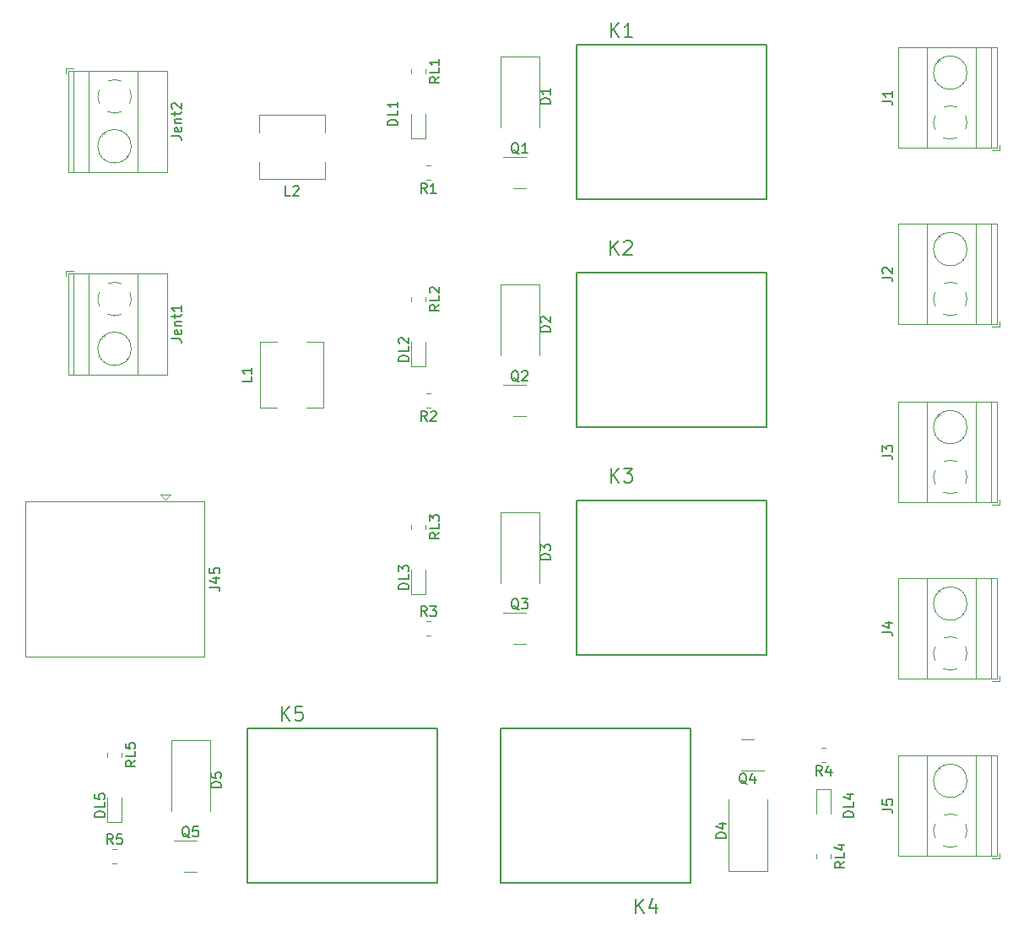
<source format=gbr>
%TF.GenerationSoftware,KiCad,Pcbnew,(6.0.8)*%
%TF.CreationDate,2022-11-07T17:30:20-05:00*%
%TF.ProjectId,Riego_potencia,52696567-6f5f-4706-9f74-656e6369612e,rev?*%
%TF.SameCoordinates,Original*%
%TF.FileFunction,Legend,Top*%
%TF.FilePolarity,Positive*%
%FSLAX46Y46*%
G04 Gerber Fmt 4.6, Leading zero omitted, Abs format (unit mm)*
G04 Created by KiCad (PCBNEW (6.0.8)) date 2022-11-07 17:30:20*
%MOMM*%
%LPD*%
G01*
G04 APERTURE LIST*
%ADD10C,0.150000*%
%ADD11C,0.120000*%
%ADD12C,0.127000*%
G04 APERTURE END LIST*
D10*
%TO.C,Q1*%
X81184761Y-41327619D02*
X81089523Y-41280000D01*
X80994285Y-41184761D01*
X80851428Y-41041904D01*
X80756190Y-40994285D01*
X80660952Y-40994285D01*
X80708571Y-41232380D02*
X80613333Y-41184761D01*
X80518095Y-41089523D01*
X80470476Y-40899047D01*
X80470476Y-40565714D01*
X80518095Y-40375238D01*
X80613333Y-40280000D01*
X80708571Y-40232380D01*
X80899047Y-40232380D01*
X80994285Y-40280000D01*
X81089523Y-40375238D01*
X81137142Y-40565714D01*
X81137142Y-40899047D01*
X81089523Y-41089523D01*
X80994285Y-41184761D01*
X80899047Y-41232380D01*
X80708571Y-41232380D01*
X82089523Y-41232380D02*
X81518095Y-41232380D01*
X81803809Y-41232380D02*
X81803809Y-40232380D01*
X81708571Y-40375238D01*
X81613333Y-40470476D01*
X81518095Y-40518095D01*
%TO.C,RL1*%
X73222380Y-33591428D02*
X72746190Y-33924761D01*
X73222380Y-34162857D02*
X72222380Y-34162857D01*
X72222380Y-33781904D01*
X72270000Y-33686666D01*
X72317619Y-33639047D01*
X72412857Y-33591428D01*
X72555714Y-33591428D01*
X72650952Y-33639047D01*
X72698571Y-33686666D01*
X72746190Y-33781904D01*
X72746190Y-34162857D01*
X73222380Y-32686666D02*
X73222380Y-33162857D01*
X72222380Y-33162857D01*
X73222380Y-31829523D02*
X73222380Y-32400952D01*
X73222380Y-32115238D02*
X72222380Y-32115238D01*
X72365238Y-32210476D01*
X72460476Y-32305714D01*
X72508095Y-32400952D01*
%TO.C,Q5*%
X48164761Y-109907619D02*
X48069523Y-109860000D01*
X47974285Y-109764761D01*
X47831428Y-109621904D01*
X47736190Y-109574285D01*
X47640952Y-109574285D01*
X47688571Y-109812380D02*
X47593333Y-109764761D01*
X47498095Y-109669523D01*
X47450476Y-109479047D01*
X47450476Y-109145714D01*
X47498095Y-108955238D01*
X47593333Y-108860000D01*
X47688571Y-108812380D01*
X47879047Y-108812380D01*
X47974285Y-108860000D01*
X48069523Y-108955238D01*
X48117142Y-109145714D01*
X48117142Y-109479047D01*
X48069523Y-109669523D01*
X47974285Y-109764761D01*
X47879047Y-109812380D01*
X47688571Y-109812380D01*
X49021904Y-108812380D02*
X48545714Y-108812380D01*
X48498095Y-109288571D01*
X48545714Y-109240952D01*
X48640952Y-109193333D01*
X48879047Y-109193333D01*
X48974285Y-109240952D01*
X49021904Y-109288571D01*
X49069523Y-109383809D01*
X49069523Y-109621904D01*
X49021904Y-109717142D01*
X48974285Y-109764761D01*
X48879047Y-109812380D01*
X48640952Y-109812380D01*
X48545714Y-109764761D01*
X48498095Y-109717142D01*
%TO.C,D3*%
X84352380Y-82018095D02*
X83352380Y-82018095D01*
X83352380Y-81780000D01*
X83400000Y-81637142D01*
X83495238Y-81541904D01*
X83590476Y-81494285D01*
X83780952Y-81446666D01*
X83923809Y-81446666D01*
X84114285Y-81494285D01*
X84209523Y-81541904D01*
X84304761Y-81637142D01*
X84352380Y-81780000D01*
X84352380Y-82018095D01*
X83352380Y-81113333D02*
X83352380Y-80494285D01*
X83733333Y-80827619D01*
X83733333Y-80684761D01*
X83780952Y-80589523D01*
X83828571Y-80541904D01*
X83923809Y-80494285D01*
X84161904Y-80494285D01*
X84257142Y-80541904D01*
X84304761Y-80589523D01*
X84352380Y-80684761D01*
X84352380Y-80970476D01*
X84304761Y-81065714D01*
X84257142Y-81113333D01*
%TO.C,RL4*%
X113862380Y-112331428D02*
X113386190Y-112664761D01*
X113862380Y-112902857D02*
X112862380Y-112902857D01*
X112862380Y-112521904D01*
X112910000Y-112426666D01*
X112957619Y-112379047D01*
X113052857Y-112331428D01*
X113195714Y-112331428D01*
X113290952Y-112379047D01*
X113338571Y-112426666D01*
X113386190Y-112521904D01*
X113386190Y-112902857D01*
X113862380Y-111426666D02*
X113862380Y-111902857D01*
X112862380Y-111902857D01*
X113195714Y-110664761D02*
X113862380Y-110664761D01*
X112814761Y-110902857D02*
X113529047Y-111140952D01*
X113529047Y-110521904D01*
%TO.C,Q3*%
X81184761Y-87047619D02*
X81089523Y-87000000D01*
X80994285Y-86904761D01*
X80851428Y-86761904D01*
X80756190Y-86714285D01*
X80660952Y-86714285D01*
X80708571Y-86952380D02*
X80613333Y-86904761D01*
X80518095Y-86809523D01*
X80470476Y-86619047D01*
X80470476Y-86285714D01*
X80518095Y-86095238D01*
X80613333Y-86000000D01*
X80708571Y-85952380D01*
X80899047Y-85952380D01*
X80994285Y-86000000D01*
X81089523Y-86095238D01*
X81137142Y-86285714D01*
X81137142Y-86619047D01*
X81089523Y-86809523D01*
X80994285Y-86904761D01*
X80899047Y-86952380D01*
X80708571Y-86952380D01*
X81470476Y-85952380D02*
X82089523Y-85952380D01*
X81756190Y-86333333D01*
X81899047Y-86333333D01*
X81994285Y-86380952D01*
X82041904Y-86428571D01*
X82089523Y-86523809D01*
X82089523Y-86761904D01*
X82041904Y-86857142D01*
X81994285Y-86904761D01*
X81899047Y-86952380D01*
X81613333Y-86952380D01*
X81518095Y-86904761D01*
X81470476Y-86857142D01*
%TO.C,K5*%
X57411666Y-98174333D02*
X57411666Y-96774333D01*
X58211666Y-98174333D02*
X57611666Y-97374333D01*
X58211666Y-96774333D02*
X57411666Y-97574333D01*
X59478333Y-96774333D02*
X58811666Y-96774333D01*
X58745000Y-97441000D01*
X58811666Y-97374333D01*
X58945000Y-97307666D01*
X59278333Y-97307666D01*
X59411666Y-97374333D01*
X59478333Y-97441000D01*
X59545000Y-97574333D01*
X59545000Y-97907666D01*
X59478333Y-98041000D01*
X59411666Y-98107666D01*
X59278333Y-98174333D01*
X58945000Y-98174333D01*
X58811666Y-98107666D01*
X58745000Y-98041000D01*
%TO.C,DL4*%
X114752380Y-107822857D02*
X113752380Y-107822857D01*
X113752380Y-107584761D01*
X113800000Y-107441904D01*
X113895238Y-107346666D01*
X113990476Y-107299047D01*
X114180952Y-107251428D01*
X114323809Y-107251428D01*
X114514285Y-107299047D01*
X114609523Y-107346666D01*
X114704761Y-107441904D01*
X114752380Y-107584761D01*
X114752380Y-107822857D01*
X114752380Y-106346666D02*
X114752380Y-106822857D01*
X113752380Y-106822857D01*
X114085714Y-105584761D02*
X114752380Y-105584761D01*
X113704761Y-105822857D02*
X114419047Y-106060952D01*
X114419047Y-105441904D01*
%TO.C,DL3*%
X70142380Y-84962857D02*
X69142380Y-84962857D01*
X69142380Y-84724761D01*
X69190000Y-84581904D01*
X69285238Y-84486666D01*
X69380476Y-84439047D01*
X69570952Y-84391428D01*
X69713809Y-84391428D01*
X69904285Y-84439047D01*
X69999523Y-84486666D01*
X70094761Y-84581904D01*
X70142380Y-84724761D01*
X70142380Y-84962857D01*
X70142380Y-83486666D02*
X70142380Y-83962857D01*
X69142380Y-83962857D01*
X69142380Y-83248571D02*
X69142380Y-82629523D01*
X69523333Y-82962857D01*
X69523333Y-82820000D01*
X69570952Y-82724761D01*
X69618571Y-82677142D01*
X69713809Y-82629523D01*
X69951904Y-82629523D01*
X70047142Y-82677142D01*
X70094761Y-82724761D01*
X70142380Y-82820000D01*
X70142380Y-83105714D01*
X70094761Y-83200952D01*
X70047142Y-83248571D01*
%TO.C,RL2*%
X73222380Y-56451428D02*
X72746190Y-56784761D01*
X73222380Y-57022857D02*
X72222380Y-57022857D01*
X72222380Y-56641904D01*
X72270000Y-56546666D01*
X72317619Y-56499047D01*
X72412857Y-56451428D01*
X72555714Y-56451428D01*
X72650952Y-56499047D01*
X72698571Y-56546666D01*
X72746190Y-56641904D01*
X72746190Y-57022857D01*
X73222380Y-55546666D02*
X73222380Y-56022857D01*
X72222380Y-56022857D01*
X72317619Y-55260952D02*
X72270000Y-55213333D01*
X72222380Y-55118095D01*
X72222380Y-54880000D01*
X72270000Y-54784761D01*
X72317619Y-54737142D01*
X72412857Y-54689523D01*
X72508095Y-54689523D01*
X72650952Y-54737142D01*
X73222380Y-55308571D01*
X73222380Y-54689523D01*
%TO.C,J4*%
X117652380Y-89273333D02*
X118366666Y-89273333D01*
X118509523Y-89320952D01*
X118604761Y-89416190D01*
X118652380Y-89559047D01*
X118652380Y-89654285D01*
X117985714Y-88368571D02*
X118652380Y-88368571D01*
X117604761Y-88606666D02*
X118319047Y-88844761D01*
X118319047Y-88225714D01*
%TO.C,RL3*%
X73222380Y-79311428D02*
X72746190Y-79644761D01*
X73222380Y-79882857D02*
X72222380Y-79882857D01*
X72222380Y-79501904D01*
X72270000Y-79406666D01*
X72317619Y-79359047D01*
X72412857Y-79311428D01*
X72555714Y-79311428D01*
X72650952Y-79359047D01*
X72698571Y-79406666D01*
X72746190Y-79501904D01*
X72746190Y-79882857D01*
X73222380Y-78406666D02*
X73222380Y-78882857D01*
X72222380Y-78882857D01*
X72222380Y-78168571D02*
X72222380Y-77549523D01*
X72603333Y-77882857D01*
X72603333Y-77740000D01*
X72650952Y-77644761D01*
X72698571Y-77597142D01*
X72793809Y-77549523D01*
X73031904Y-77549523D01*
X73127142Y-77597142D01*
X73174761Y-77644761D01*
X73222380Y-77740000D01*
X73222380Y-78025714D01*
X73174761Y-78120952D01*
X73127142Y-78168571D01*
%TO.C,RL5*%
X42742380Y-102171428D02*
X42266190Y-102504761D01*
X42742380Y-102742857D02*
X41742380Y-102742857D01*
X41742380Y-102361904D01*
X41790000Y-102266666D01*
X41837619Y-102219047D01*
X41932857Y-102171428D01*
X42075714Y-102171428D01*
X42170952Y-102219047D01*
X42218571Y-102266666D01*
X42266190Y-102361904D01*
X42266190Y-102742857D01*
X42742380Y-101266666D02*
X42742380Y-101742857D01*
X41742380Y-101742857D01*
X41742380Y-100457142D02*
X41742380Y-100933333D01*
X42218571Y-100980952D01*
X42170952Y-100933333D01*
X42123333Y-100838095D01*
X42123333Y-100600000D01*
X42170952Y-100504761D01*
X42218571Y-100457142D01*
X42313809Y-100409523D01*
X42551904Y-100409523D01*
X42647142Y-100457142D01*
X42694761Y-100504761D01*
X42742380Y-100600000D01*
X42742380Y-100838095D01*
X42694761Y-100933333D01*
X42647142Y-100980952D01*
%TO.C,R3*%
X71953333Y-87702380D02*
X71620000Y-87226190D01*
X71381904Y-87702380D02*
X71381904Y-86702380D01*
X71762857Y-86702380D01*
X71858095Y-86750000D01*
X71905714Y-86797619D01*
X71953333Y-86892857D01*
X71953333Y-87035714D01*
X71905714Y-87130952D01*
X71858095Y-87178571D01*
X71762857Y-87226190D01*
X71381904Y-87226190D01*
X72286666Y-86702380D02*
X72905714Y-86702380D01*
X72572380Y-87083333D01*
X72715238Y-87083333D01*
X72810476Y-87130952D01*
X72858095Y-87178571D01*
X72905714Y-87273809D01*
X72905714Y-87511904D01*
X72858095Y-87607142D01*
X72810476Y-87654761D01*
X72715238Y-87702380D01*
X72429523Y-87702380D01*
X72334285Y-87654761D01*
X72286666Y-87607142D01*
%TO.C,D5*%
X51332380Y-104878095D02*
X50332380Y-104878095D01*
X50332380Y-104640000D01*
X50380000Y-104497142D01*
X50475238Y-104401904D01*
X50570476Y-104354285D01*
X50760952Y-104306666D01*
X50903809Y-104306666D01*
X51094285Y-104354285D01*
X51189523Y-104401904D01*
X51284761Y-104497142D01*
X51332380Y-104640000D01*
X51332380Y-104878095D01*
X50332380Y-103401904D02*
X50332380Y-103878095D01*
X50808571Y-103925714D01*
X50760952Y-103878095D01*
X50713333Y-103782857D01*
X50713333Y-103544761D01*
X50760952Y-103449523D01*
X50808571Y-103401904D01*
X50903809Y-103354285D01*
X51141904Y-103354285D01*
X51237142Y-103401904D01*
X51284761Y-103449523D01*
X51332380Y-103544761D01*
X51332380Y-103782857D01*
X51284761Y-103878095D01*
X51237142Y-103925714D01*
%TO.C,DL5*%
X39662380Y-107822857D02*
X38662380Y-107822857D01*
X38662380Y-107584761D01*
X38710000Y-107441904D01*
X38805238Y-107346666D01*
X38900476Y-107299047D01*
X39090952Y-107251428D01*
X39233809Y-107251428D01*
X39424285Y-107299047D01*
X39519523Y-107346666D01*
X39614761Y-107441904D01*
X39662380Y-107584761D01*
X39662380Y-107822857D01*
X39662380Y-106346666D02*
X39662380Y-106822857D01*
X38662380Y-106822857D01*
X38662380Y-105537142D02*
X38662380Y-106013333D01*
X39138571Y-106060952D01*
X39090952Y-106013333D01*
X39043333Y-105918095D01*
X39043333Y-105680000D01*
X39090952Y-105584761D01*
X39138571Y-105537142D01*
X39233809Y-105489523D01*
X39471904Y-105489523D01*
X39567142Y-105537142D01*
X39614761Y-105584761D01*
X39662380Y-105680000D01*
X39662380Y-105918095D01*
X39614761Y-106013333D01*
X39567142Y-106060952D01*
%TO.C,R2*%
X71953333Y-68142380D02*
X71620000Y-67666190D01*
X71381904Y-68142380D02*
X71381904Y-67142380D01*
X71762857Y-67142380D01*
X71858095Y-67190000D01*
X71905714Y-67237619D01*
X71953333Y-67332857D01*
X71953333Y-67475714D01*
X71905714Y-67570952D01*
X71858095Y-67618571D01*
X71762857Y-67666190D01*
X71381904Y-67666190D01*
X72334285Y-67237619D02*
X72381904Y-67190000D01*
X72477142Y-67142380D01*
X72715238Y-67142380D01*
X72810476Y-67190000D01*
X72858095Y-67237619D01*
X72905714Y-67332857D01*
X72905714Y-67428095D01*
X72858095Y-67570952D01*
X72286666Y-68142380D01*
X72905714Y-68142380D01*
%TO.C,R1*%
X71953333Y-45282380D02*
X71620000Y-44806190D01*
X71381904Y-45282380D02*
X71381904Y-44282380D01*
X71762857Y-44282380D01*
X71858095Y-44330000D01*
X71905714Y-44377619D01*
X71953333Y-44472857D01*
X71953333Y-44615714D01*
X71905714Y-44710952D01*
X71858095Y-44758571D01*
X71762857Y-44806190D01*
X71381904Y-44806190D01*
X72905714Y-45282380D02*
X72334285Y-45282380D01*
X72620000Y-45282380D02*
X72620000Y-44282380D01*
X72524761Y-44425238D01*
X72429523Y-44520476D01*
X72334285Y-44568095D01*
%TO.C,D2*%
X84352380Y-59158095D02*
X83352380Y-59158095D01*
X83352380Y-58920000D01*
X83400000Y-58777142D01*
X83495238Y-58681904D01*
X83590476Y-58634285D01*
X83780952Y-58586666D01*
X83923809Y-58586666D01*
X84114285Y-58634285D01*
X84209523Y-58681904D01*
X84304761Y-58777142D01*
X84352380Y-58920000D01*
X84352380Y-59158095D01*
X83447619Y-58205714D02*
X83400000Y-58158095D01*
X83352380Y-58062857D01*
X83352380Y-57824761D01*
X83400000Y-57729523D01*
X83447619Y-57681904D01*
X83542857Y-57634285D01*
X83638095Y-57634285D01*
X83780952Y-57681904D01*
X84352380Y-58253333D01*
X84352380Y-57634285D01*
%TO.C,D4*%
X101972380Y-109958095D02*
X100972380Y-109958095D01*
X100972380Y-109720000D01*
X101020000Y-109577142D01*
X101115238Y-109481904D01*
X101210476Y-109434285D01*
X101400952Y-109386666D01*
X101543809Y-109386666D01*
X101734285Y-109434285D01*
X101829523Y-109481904D01*
X101924761Y-109577142D01*
X101972380Y-109720000D01*
X101972380Y-109958095D01*
X101305714Y-108529523D02*
X101972380Y-108529523D01*
X100924761Y-108767619D02*
X101639047Y-109005714D01*
X101639047Y-108386666D01*
%TO.C,R5*%
X40473333Y-110562380D02*
X40140000Y-110086190D01*
X39901904Y-110562380D02*
X39901904Y-109562380D01*
X40282857Y-109562380D01*
X40378095Y-109610000D01*
X40425714Y-109657619D01*
X40473333Y-109752857D01*
X40473333Y-109895714D01*
X40425714Y-109990952D01*
X40378095Y-110038571D01*
X40282857Y-110086190D01*
X39901904Y-110086190D01*
X41378095Y-109562380D02*
X40901904Y-109562380D01*
X40854285Y-110038571D01*
X40901904Y-109990952D01*
X40997142Y-109943333D01*
X41235238Y-109943333D01*
X41330476Y-109990952D01*
X41378095Y-110038571D01*
X41425714Y-110133809D01*
X41425714Y-110371904D01*
X41378095Y-110467142D01*
X41330476Y-110514761D01*
X41235238Y-110562380D01*
X40997142Y-110562380D01*
X40901904Y-110514761D01*
X40854285Y-110467142D01*
%TO.C,K1*%
X90431666Y-29594333D02*
X90431666Y-28194333D01*
X91231666Y-29594333D02*
X90631666Y-28794333D01*
X91231666Y-28194333D02*
X90431666Y-28994333D01*
X92565000Y-29594333D02*
X91765000Y-29594333D01*
X92165000Y-29594333D02*
X92165000Y-28194333D01*
X92031666Y-28394333D01*
X91898333Y-28527666D01*
X91765000Y-28594333D01*
%TO.C,J5*%
X117652380Y-107053333D02*
X118366666Y-107053333D01*
X118509523Y-107100952D01*
X118604761Y-107196190D01*
X118652380Y-107339047D01*
X118652380Y-107434285D01*
X117652380Y-106100952D02*
X117652380Y-106577142D01*
X118128571Y-106624761D01*
X118080952Y-106577142D01*
X118033333Y-106481904D01*
X118033333Y-106243809D01*
X118080952Y-106148571D01*
X118128571Y-106100952D01*
X118223809Y-106053333D01*
X118461904Y-106053333D01*
X118557142Y-106100952D01*
X118604761Y-106148571D01*
X118652380Y-106243809D01*
X118652380Y-106481904D01*
X118604761Y-106577142D01*
X118557142Y-106624761D01*
%TO.C,Jent1*%
X46352380Y-59880000D02*
X47066666Y-59880000D01*
X47209523Y-59927619D01*
X47304761Y-60022857D01*
X47352380Y-60165714D01*
X47352380Y-60260952D01*
X47304761Y-59022857D02*
X47352380Y-59118095D01*
X47352380Y-59308571D01*
X47304761Y-59403809D01*
X47209523Y-59451428D01*
X46828571Y-59451428D01*
X46733333Y-59403809D01*
X46685714Y-59308571D01*
X46685714Y-59118095D01*
X46733333Y-59022857D01*
X46828571Y-58975238D01*
X46923809Y-58975238D01*
X47019047Y-59451428D01*
X46685714Y-58546666D02*
X47352380Y-58546666D01*
X46780952Y-58546666D02*
X46733333Y-58499047D01*
X46685714Y-58403809D01*
X46685714Y-58260952D01*
X46733333Y-58165714D01*
X46828571Y-58118095D01*
X47352380Y-58118095D01*
X46685714Y-57784761D02*
X46685714Y-57403809D01*
X46352380Y-57641904D02*
X47209523Y-57641904D01*
X47304761Y-57594285D01*
X47352380Y-57499047D01*
X47352380Y-57403809D01*
X47352380Y-56546666D02*
X47352380Y-57118095D01*
X47352380Y-56832380D02*
X46352380Y-56832380D01*
X46495238Y-56927619D01*
X46590476Y-57022857D01*
X46638095Y-57118095D01*
%TO.C,Q2*%
X81184761Y-64187619D02*
X81089523Y-64140000D01*
X80994285Y-64044761D01*
X80851428Y-63901904D01*
X80756190Y-63854285D01*
X80660952Y-63854285D01*
X80708571Y-64092380D02*
X80613333Y-64044761D01*
X80518095Y-63949523D01*
X80470476Y-63759047D01*
X80470476Y-63425714D01*
X80518095Y-63235238D01*
X80613333Y-63140000D01*
X80708571Y-63092380D01*
X80899047Y-63092380D01*
X80994285Y-63140000D01*
X81089523Y-63235238D01*
X81137142Y-63425714D01*
X81137142Y-63759047D01*
X81089523Y-63949523D01*
X80994285Y-64044761D01*
X80899047Y-64092380D01*
X80708571Y-64092380D01*
X81518095Y-63187619D02*
X81565714Y-63140000D01*
X81660952Y-63092380D01*
X81899047Y-63092380D01*
X81994285Y-63140000D01*
X82041904Y-63187619D01*
X82089523Y-63282857D01*
X82089523Y-63378095D01*
X82041904Y-63520952D01*
X81470476Y-64092380D01*
X82089523Y-64092380D01*
%TO.C,J45*%
X50192380Y-84792023D02*
X50906666Y-84792023D01*
X51049523Y-84839642D01*
X51144761Y-84934880D01*
X51192380Y-85077738D01*
X51192380Y-85172976D01*
X50525714Y-83887261D02*
X51192380Y-83887261D01*
X50144761Y-84125357D02*
X50859047Y-84363452D01*
X50859047Y-83744404D01*
X50192380Y-82887261D02*
X50192380Y-83363452D01*
X50668571Y-83411071D01*
X50620952Y-83363452D01*
X50573333Y-83268214D01*
X50573333Y-83030119D01*
X50620952Y-82934880D01*
X50668571Y-82887261D01*
X50763809Y-82839642D01*
X51001904Y-82839642D01*
X51097142Y-82887261D01*
X51144761Y-82934880D01*
X51192380Y-83030119D01*
X51192380Y-83268214D01*
X51144761Y-83363452D01*
X51097142Y-83411071D01*
%TO.C,DL2*%
X70142380Y-62102857D02*
X69142380Y-62102857D01*
X69142380Y-61864761D01*
X69190000Y-61721904D01*
X69285238Y-61626666D01*
X69380476Y-61579047D01*
X69570952Y-61531428D01*
X69713809Y-61531428D01*
X69904285Y-61579047D01*
X69999523Y-61626666D01*
X70094761Y-61721904D01*
X70142380Y-61864761D01*
X70142380Y-62102857D01*
X70142380Y-60626666D02*
X70142380Y-61102857D01*
X69142380Y-61102857D01*
X69237619Y-60340952D02*
X69190000Y-60293333D01*
X69142380Y-60198095D01*
X69142380Y-59960000D01*
X69190000Y-59864761D01*
X69237619Y-59817142D01*
X69332857Y-59769523D01*
X69428095Y-59769523D01*
X69570952Y-59817142D01*
X70142380Y-60388571D01*
X70142380Y-59769523D01*
%TO.C,L1*%
X54422380Y-63666666D02*
X54422380Y-64142857D01*
X53422380Y-64142857D01*
X54422380Y-62809523D02*
X54422380Y-63380952D01*
X54422380Y-63095238D02*
X53422380Y-63095238D01*
X53565238Y-63190476D01*
X53660476Y-63285714D01*
X53708095Y-63380952D01*
%TO.C,K4*%
X92921666Y-117473333D02*
X92921666Y-116073333D01*
X93721666Y-117473333D02*
X93121666Y-116673333D01*
X93721666Y-116073333D02*
X92921666Y-116873333D01*
X94921666Y-116540000D02*
X94921666Y-117473333D01*
X94588333Y-116006666D02*
X94255000Y-117006666D01*
X95121666Y-117006666D01*
%TO.C,R4*%
X111593333Y-103702380D02*
X111260000Y-103226190D01*
X111021904Y-103702380D02*
X111021904Y-102702380D01*
X111402857Y-102702380D01*
X111498095Y-102750000D01*
X111545714Y-102797619D01*
X111593333Y-102892857D01*
X111593333Y-103035714D01*
X111545714Y-103130952D01*
X111498095Y-103178571D01*
X111402857Y-103226190D01*
X111021904Y-103226190D01*
X112450476Y-103035714D02*
X112450476Y-103702380D01*
X112212380Y-102654761D02*
X111974285Y-103369047D01*
X112593333Y-103369047D01*
%TO.C,Q4*%
X104044761Y-104547619D02*
X103949523Y-104500000D01*
X103854285Y-104404761D01*
X103711428Y-104261904D01*
X103616190Y-104214285D01*
X103520952Y-104214285D01*
X103568571Y-104452380D02*
X103473333Y-104404761D01*
X103378095Y-104309523D01*
X103330476Y-104119047D01*
X103330476Y-103785714D01*
X103378095Y-103595238D01*
X103473333Y-103500000D01*
X103568571Y-103452380D01*
X103759047Y-103452380D01*
X103854285Y-103500000D01*
X103949523Y-103595238D01*
X103997142Y-103785714D01*
X103997142Y-104119047D01*
X103949523Y-104309523D01*
X103854285Y-104404761D01*
X103759047Y-104452380D01*
X103568571Y-104452380D01*
X104854285Y-103785714D02*
X104854285Y-104452380D01*
X104616190Y-103404761D02*
X104378095Y-104119047D01*
X104997142Y-104119047D01*
%TO.C,D1*%
X84352380Y-36298095D02*
X83352380Y-36298095D01*
X83352380Y-36060000D01*
X83400000Y-35917142D01*
X83495238Y-35821904D01*
X83590476Y-35774285D01*
X83780952Y-35726666D01*
X83923809Y-35726666D01*
X84114285Y-35774285D01*
X84209523Y-35821904D01*
X84304761Y-35917142D01*
X84352380Y-36060000D01*
X84352380Y-36298095D01*
X84352380Y-34774285D02*
X84352380Y-35345714D01*
X84352380Y-35060000D02*
X83352380Y-35060000D01*
X83495238Y-35155238D01*
X83590476Y-35250476D01*
X83638095Y-35345714D01*
%TO.C,J3*%
X117652380Y-71573333D02*
X118366666Y-71573333D01*
X118509523Y-71620952D01*
X118604761Y-71716190D01*
X118652380Y-71859047D01*
X118652380Y-71954285D01*
X117652380Y-71192380D02*
X117652380Y-70573333D01*
X118033333Y-70906666D01*
X118033333Y-70763809D01*
X118080952Y-70668571D01*
X118128571Y-70620952D01*
X118223809Y-70573333D01*
X118461904Y-70573333D01*
X118557142Y-70620952D01*
X118604761Y-70668571D01*
X118652380Y-70763809D01*
X118652380Y-71049523D01*
X118604761Y-71144761D01*
X118557142Y-71192380D01*
%TO.C,K3*%
X90431666Y-74293333D02*
X90431666Y-72893333D01*
X91231666Y-74293333D02*
X90631666Y-73493333D01*
X91231666Y-72893333D02*
X90431666Y-73693333D01*
X91698333Y-72893333D02*
X92565000Y-72893333D01*
X92098333Y-73426666D01*
X92298333Y-73426666D01*
X92431666Y-73493333D01*
X92498333Y-73560000D01*
X92565000Y-73693333D01*
X92565000Y-74026666D01*
X92498333Y-74160000D01*
X92431666Y-74226666D01*
X92298333Y-74293333D01*
X91898333Y-74293333D01*
X91765000Y-74226666D01*
X91698333Y-74160000D01*
%TO.C,J2*%
X117652380Y-53713333D02*
X118366666Y-53713333D01*
X118509523Y-53760952D01*
X118604761Y-53856190D01*
X118652380Y-53999047D01*
X118652380Y-54094285D01*
X117747619Y-53284761D02*
X117700000Y-53237142D01*
X117652380Y-53141904D01*
X117652380Y-52903809D01*
X117700000Y-52808571D01*
X117747619Y-52760952D01*
X117842857Y-52713333D01*
X117938095Y-52713333D01*
X118080952Y-52760952D01*
X118652380Y-53332380D01*
X118652380Y-52713333D01*
%TO.C,K2*%
X90406666Y-51433333D02*
X90406666Y-50033333D01*
X91206666Y-51433333D02*
X90606666Y-50633333D01*
X91206666Y-50033333D02*
X90406666Y-50833333D01*
X91740000Y-50166666D02*
X91806666Y-50100000D01*
X91940000Y-50033333D01*
X92273333Y-50033333D01*
X92406666Y-50100000D01*
X92473333Y-50166666D01*
X92540000Y-50300000D01*
X92540000Y-50433333D01*
X92473333Y-50633333D01*
X91673333Y-51433333D01*
X92540000Y-51433333D01*
%TO.C,DL1*%
X69032380Y-38442857D02*
X68032380Y-38442857D01*
X68032380Y-38204761D01*
X68080000Y-38061904D01*
X68175238Y-37966666D01*
X68270476Y-37919047D01*
X68460952Y-37871428D01*
X68603809Y-37871428D01*
X68794285Y-37919047D01*
X68889523Y-37966666D01*
X68984761Y-38061904D01*
X69032380Y-38204761D01*
X69032380Y-38442857D01*
X69032380Y-36966666D02*
X69032380Y-37442857D01*
X68032380Y-37442857D01*
X69032380Y-36109523D02*
X69032380Y-36680952D01*
X69032380Y-36395238D02*
X68032380Y-36395238D01*
X68175238Y-36490476D01*
X68270476Y-36585714D01*
X68318095Y-36680952D01*
%TO.C,L2*%
X58253333Y-45542380D02*
X57777142Y-45542380D01*
X57777142Y-44542380D01*
X58539047Y-44637619D02*
X58586666Y-44590000D01*
X58681904Y-44542380D01*
X58920000Y-44542380D01*
X59015238Y-44590000D01*
X59062857Y-44637619D01*
X59110476Y-44732857D01*
X59110476Y-44828095D01*
X59062857Y-44970952D01*
X58491428Y-45542380D01*
X59110476Y-45542380D01*
%TO.C,Jent2*%
X46352380Y-39560000D02*
X47066666Y-39560000D01*
X47209523Y-39607619D01*
X47304761Y-39702857D01*
X47352380Y-39845714D01*
X47352380Y-39940952D01*
X47304761Y-38702857D02*
X47352380Y-38798095D01*
X47352380Y-38988571D01*
X47304761Y-39083809D01*
X47209523Y-39131428D01*
X46828571Y-39131428D01*
X46733333Y-39083809D01*
X46685714Y-38988571D01*
X46685714Y-38798095D01*
X46733333Y-38702857D01*
X46828571Y-38655238D01*
X46923809Y-38655238D01*
X47019047Y-39131428D01*
X46685714Y-38226666D02*
X47352380Y-38226666D01*
X46780952Y-38226666D02*
X46733333Y-38179047D01*
X46685714Y-38083809D01*
X46685714Y-37940952D01*
X46733333Y-37845714D01*
X46828571Y-37798095D01*
X47352380Y-37798095D01*
X46685714Y-37464761D02*
X46685714Y-37083809D01*
X46352380Y-37321904D02*
X47209523Y-37321904D01*
X47304761Y-37274285D01*
X47352380Y-37179047D01*
X47352380Y-37083809D01*
X46447619Y-36798095D02*
X46400000Y-36750476D01*
X46352380Y-36655238D01*
X46352380Y-36417142D01*
X46400000Y-36321904D01*
X46447619Y-36274285D01*
X46542857Y-36226666D01*
X46638095Y-36226666D01*
X46780952Y-36274285D01*
X47352380Y-36845714D01*
X47352380Y-36226666D01*
%TO.C,J1*%
X117652380Y-36013333D02*
X118366666Y-36013333D01*
X118509523Y-36060952D01*
X118604761Y-36156190D01*
X118652380Y-36299047D01*
X118652380Y-36394285D01*
X118652380Y-35013333D02*
X118652380Y-35584761D01*
X118652380Y-35299047D02*
X117652380Y-35299047D01*
X117795238Y-35394285D01*
X117890476Y-35489523D01*
X117938095Y-35584761D01*
D11*
%TO.C,Q1*%
X81280000Y-44740000D02*
X80630000Y-44740000D01*
X81280000Y-41620000D02*
X79605000Y-41620000D01*
X81280000Y-44740000D02*
X81930000Y-44740000D01*
X81280000Y-41620000D02*
X81930000Y-41620000D01*
%TO.C,RL1*%
X71855000Y-32792936D02*
X71855000Y-33247064D01*
X70385000Y-32792936D02*
X70385000Y-33247064D01*
%TO.C,Q5*%
X48260000Y-113320000D02*
X47610000Y-113320000D01*
X48260000Y-110200000D02*
X46585000Y-110200000D01*
X48260000Y-113320000D02*
X48910000Y-113320000D01*
X48260000Y-110200000D02*
X48910000Y-110200000D01*
%TO.C,D3*%
X83215000Y-84430000D02*
X83215000Y-77270000D01*
X83215000Y-77270000D02*
X79345000Y-77270000D01*
X79345000Y-77270000D02*
X79345000Y-84430000D01*
%TO.C,RL4*%
X112495000Y-111532936D02*
X112495000Y-111987064D01*
X111025000Y-111532936D02*
X111025000Y-111987064D01*
%TO.C,Q3*%
X81280000Y-90460000D02*
X80630000Y-90460000D01*
X81280000Y-90460000D02*
X81930000Y-90460000D01*
X81280000Y-87340000D02*
X79605000Y-87340000D01*
X81280000Y-87340000D02*
X81930000Y-87340000D01*
D12*
%TO.C,K5*%
X73000000Y-98930000D02*
X73000000Y-114430000D01*
X54000000Y-98930000D02*
X73000000Y-98930000D01*
X54000000Y-114430000D02*
X54000000Y-98930000D01*
X73000000Y-114430000D02*
X54000000Y-114430000D01*
D11*
%TO.C,DL4*%
X111025000Y-105020000D02*
X111025000Y-107480000D01*
X112495000Y-107480000D02*
X112495000Y-105020000D01*
X112495000Y-105020000D02*
X111025000Y-105020000D01*
%TO.C,DL3*%
X71855000Y-85480000D02*
X71855000Y-83020000D01*
X70385000Y-85480000D02*
X71855000Y-85480000D01*
X70385000Y-83020000D02*
X70385000Y-85480000D01*
%TO.C,RL2*%
X70385000Y-55652936D02*
X70385000Y-56107064D01*
X71855000Y-55652936D02*
X71855000Y-56107064D01*
%TO.C,J4*%
X129120000Y-94000000D02*
X129120000Y-83880000D01*
X125483000Y-87667000D02*
X125529000Y-87714000D01*
X119199000Y-83880000D02*
X129120000Y-83880000D01*
X123185000Y-85370000D02*
X123221000Y-85405000D01*
X127060000Y-94000000D02*
X127060000Y-83880000D01*
X119199000Y-94000000D02*
X119199000Y-83880000D01*
X128620000Y-94240000D02*
X129360000Y-94240000D01*
X128560000Y-94000000D02*
X128560000Y-83880000D01*
X129360000Y-94240000D02*
X129360000Y-93740000D01*
X119199000Y-94000000D02*
X129120000Y-94000000D01*
X123391000Y-85165000D02*
X123437000Y-85212000D01*
X125699000Y-87474000D02*
X125734000Y-87509000D01*
X122159000Y-94000000D02*
X122159000Y-83880000D01*
X125995000Y-92124000D02*
G75*
G03*
X126140253Y-91411195I-1535001J683999D01*
G01*
X122925000Y-90756000D02*
G75*
G03*
X122924573Y-92123042I1534993J-684001D01*
G01*
X125144000Y-89904999D02*
G75*
G03*
X123776958Y-89904573I-684000J-1535001D01*
G01*
X126140000Y-91440000D02*
G75*
G03*
X125994756Y-90756682I-1680000J0D01*
G01*
X123776000Y-92975000D02*
G75*
G03*
X125143042Y-92975427I684001J1534993D01*
G01*
X126140000Y-86440000D02*
G75*
G03*
X126140000Y-86440000I-1680000J0D01*
G01*
%TO.C,RL3*%
X71855000Y-78512936D02*
X71855000Y-78967064D01*
X70385000Y-78512936D02*
X70385000Y-78967064D01*
%TO.C,RL5*%
X39905000Y-101372936D02*
X39905000Y-101827064D01*
X41375000Y-101372936D02*
X41375000Y-101827064D01*
%TO.C,R3*%
X71892936Y-88165000D02*
X72347064Y-88165000D01*
X71892936Y-89635000D02*
X72347064Y-89635000D01*
%TO.C,D5*%
X50195000Y-100130000D02*
X46325000Y-100130000D01*
X50195000Y-107290000D02*
X50195000Y-100130000D01*
X46325000Y-100130000D02*
X46325000Y-107290000D01*
%TO.C,DL5*%
X39905000Y-105880000D02*
X39905000Y-108340000D01*
X41375000Y-108340000D02*
X41375000Y-105880000D01*
X39905000Y-108340000D02*
X41375000Y-108340000D01*
%TO.C,R2*%
X72347064Y-65305000D02*
X71892936Y-65305000D01*
X72347064Y-66775000D02*
X71892936Y-66775000D01*
%TO.C,R1*%
X72347064Y-43915000D02*
X71892936Y-43915000D01*
X72347064Y-42445000D02*
X71892936Y-42445000D01*
%TO.C,D2*%
X83215000Y-54410000D02*
X79345000Y-54410000D01*
X83215000Y-61570000D02*
X83215000Y-54410000D01*
X79345000Y-54410000D02*
X79345000Y-61570000D01*
%TO.C,D4*%
X102205000Y-106070000D02*
X102205000Y-113230000D01*
X106075000Y-113230000D02*
X106075000Y-106070000D01*
X102205000Y-113230000D02*
X106075000Y-113230000D01*
%TO.C,R5*%
X40412936Y-111025000D02*
X40867064Y-111025000D01*
X40412936Y-112495000D02*
X40867064Y-112495000D01*
D12*
%TO.C,K1*%
X87020000Y-45850000D02*
X87020000Y-30350000D01*
X106020000Y-45850000D02*
X87020000Y-45850000D01*
X106020000Y-30350000D02*
X106020000Y-45850000D01*
X87020000Y-30350000D02*
X106020000Y-30350000D01*
D11*
%TO.C,J5*%
X119199000Y-101660000D02*
X129120000Y-101660000D01*
X125483000Y-105447000D02*
X125529000Y-105494000D01*
X129120000Y-111780000D02*
X129120000Y-101660000D01*
X128560000Y-111780000D02*
X128560000Y-101660000D01*
X123185000Y-103150000D02*
X123221000Y-103185000D01*
X122159000Y-111780000D02*
X122159000Y-101660000D01*
X128620000Y-112020000D02*
X129360000Y-112020000D01*
X127060000Y-111780000D02*
X127060000Y-101660000D01*
X119199000Y-111780000D02*
X129120000Y-111780000D01*
X119199000Y-111780000D02*
X119199000Y-101660000D01*
X129360000Y-112020000D02*
X129360000Y-111520000D01*
X125699000Y-105254000D02*
X125734000Y-105289000D01*
X123391000Y-102945000D02*
X123437000Y-102992000D01*
X125995000Y-109904000D02*
G75*
G03*
X126140253Y-109191195I-1535001J683999D01*
G01*
X126140000Y-109220000D02*
G75*
G03*
X125994756Y-108536682I-1680000J0D01*
G01*
X122925000Y-108536000D02*
G75*
G03*
X122924573Y-109903042I1534993J-684001D01*
G01*
X123776000Y-110755000D02*
G75*
G03*
X125143042Y-110755427I684001J1534993D01*
G01*
X125144000Y-107684999D02*
G75*
G03*
X123776958Y-107684573I-684000J-1535001D01*
G01*
X126140000Y-104220000D02*
G75*
G03*
X126140000Y-104220000I-1680000J0D01*
G01*
%TO.C,Jent1*%
X36480000Y-53080000D02*
X35740000Y-53080000D01*
X38040000Y-53320000D02*
X38040000Y-63440000D01*
X39617000Y-59653000D02*
X39571000Y-59606000D01*
X36540000Y-53320000D02*
X36540000Y-63440000D01*
X39401000Y-59846000D02*
X39366000Y-59811000D01*
X45901000Y-63440000D02*
X35980000Y-63440000D01*
X42941000Y-53320000D02*
X42941000Y-63440000D01*
X45901000Y-53320000D02*
X35980000Y-53320000D01*
X41709000Y-62155000D02*
X41663000Y-62108000D01*
X41915000Y-61950000D02*
X41879000Y-61915000D01*
X45901000Y-53320000D02*
X45901000Y-63440000D01*
X35980000Y-53320000D02*
X35980000Y-63440000D01*
X35740000Y-53080000D02*
X35740000Y-53580000D01*
X38960000Y-55880000D02*
G75*
G03*
X39105244Y-56563318I1680000J0D01*
G01*
X41324000Y-54345000D02*
G75*
G03*
X39956958Y-54344573I-684001J-1534993D01*
G01*
X42175000Y-56564000D02*
G75*
G03*
X42175427Y-55196958I-1534993J684001D01*
G01*
X39956000Y-57415001D02*
G75*
G03*
X41323042Y-57415427I684000J1535001D01*
G01*
X39105000Y-55196000D02*
G75*
G03*
X38959747Y-55908805I1535001J-683999D01*
G01*
X42320000Y-60880000D02*
G75*
G03*
X42320000Y-60880000I-1680000J0D01*
G01*
%TO.C,Q2*%
X81280000Y-67600000D02*
X81930000Y-67600000D01*
X81280000Y-64480000D02*
X81930000Y-64480000D01*
X81280000Y-64480000D02*
X79605000Y-64480000D01*
X81280000Y-67600000D02*
X80630000Y-67600000D01*
%TO.C,J45*%
X49620000Y-91742500D02*
X49620000Y-76222500D01*
X45240000Y-75537500D02*
X45740000Y-76037500D01*
X45740000Y-76037500D02*
X46240000Y-75537500D01*
X49620000Y-91742500D02*
X31660000Y-91742500D01*
X49620000Y-76222500D02*
X31660000Y-76222500D01*
X31660000Y-76222500D02*
X31660000Y-91742500D01*
X46240000Y-75537500D02*
X45240000Y-75537500D01*
%TO.C,DL2*%
X71855000Y-62620000D02*
X71855000Y-60160000D01*
X70385000Y-62620000D02*
X71855000Y-62620000D01*
X70385000Y-60160000D02*
X70385000Y-62620000D01*
%TO.C,L1*%
X56920000Y-66800000D02*
X55220000Y-66800000D01*
X61620000Y-66800000D02*
X59920000Y-66800000D01*
X59920000Y-60200000D02*
X61620000Y-60200000D01*
X61620000Y-60200000D02*
X61620000Y-66800000D01*
X55220000Y-66800000D02*
X55220000Y-60200000D01*
X55220000Y-60200000D02*
X56920000Y-60200000D01*
D12*
%TO.C,K4*%
X79400000Y-98930000D02*
X98400000Y-98930000D01*
X98400000Y-114430000D02*
X79400000Y-114430000D01*
X98400000Y-98930000D02*
X98400000Y-114430000D01*
X79400000Y-114430000D02*
X79400000Y-98930000D01*
D11*
%TO.C,R4*%
X111987064Y-102335000D02*
X111532936Y-102335000D01*
X111987064Y-100865000D02*
X111532936Y-100865000D01*
%TO.C,Q4*%
X104140000Y-103160000D02*
X103490000Y-103160000D01*
X104140000Y-103160000D02*
X105815000Y-103160000D01*
X104140000Y-100040000D02*
X104790000Y-100040000D01*
X104140000Y-100040000D02*
X103490000Y-100040000D01*
%TO.C,D1*%
X83215000Y-38710000D02*
X83215000Y-31550000D01*
X83215000Y-31550000D02*
X79345000Y-31550000D01*
X79345000Y-31550000D02*
X79345000Y-38710000D01*
%TO.C,J3*%
X119199000Y-76300000D02*
X129120000Y-76300000D01*
X125699000Y-69774000D02*
X125734000Y-69809000D01*
X125483000Y-69967000D02*
X125529000Y-70014000D01*
X127060000Y-76300000D02*
X127060000Y-66180000D01*
X129360000Y-76540000D02*
X129360000Y-76040000D01*
X128620000Y-76540000D02*
X129360000Y-76540000D01*
X129120000Y-76300000D02*
X129120000Y-66180000D01*
X119199000Y-76300000D02*
X119199000Y-66180000D01*
X122159000Y-76300000D02*
X122159000Y-66180000D01*
X119199000Y-66180000D02*
X129120000Y-66180000D01*
X128560000Y-76300000D02*
X128560000Y-66180000D01*
X123185000Y-67670000D02*
X123221000Y-67705000D01*
X123391000Y-67465000D02*
X123437000Y-67512000D01*
X125995000Y-74424000D02*
G75*
G03*
X126140253Y-73711195I-1535001J683999D01*
G01*
X125144000Y-72204999D02*
G75*
G03*
X123776958Y-72204573I-684000J-1535001D01*
G01*
X122925000Y-73056000D02*
G75*
G03*
X122924573Y-74423042I1534993J-684001D01*
G01*
X126140000Y-73740000D02*
G75*
G03*
X125994756Y-73056682I-1680000J0D01*
G01*
X123776000Y-75275000D02*
G75*
G03*
X125143042Y-75275427I684001J1534993D01*
G01*
X126140000Y-68740000D02*
G75*
G03*
X126140000Y-68740000I-1680000J0D01*
G01*
D12*
%TO.C,K3*%
X87020000Y-91570000D02*
X87020000Y-76070000D01*
X87020000Y-76070000D02*
X106020000Y-76070000D01*
X106020000Y-76070000D02*
X106020000Y-91570000D01*
X106020000Y-91570000D02*
X87020000Y-91570000D01*
D11*
%TO.C,J2*%
X119199000Y-58440000D02*
X129120000Y-58440000D01*
X123391000Y-49605000D02*
X123437000Y-49652000D01*
X127060000Y-58440000D02*
X127060000Y-48320000D01*
X128620000Y-58680000D02*
X129360000Y-58680000D01*
X129360000Y-58680000D02*
X129360000Y-58180000D01*
X119199000Y-58440000D02*
X119199000Y-48320000D01*
X119199000Y-48320000D02*
X129120000Y-48320000D01*
X123185000Y-49810000D02*
X123221000Y-49845000D01*
X128560000Y-58440000D02*
X128560000Y-48320000D01*
X129120000Y-58440000D02*
X129120000Y-48320000D01*
X125483000Y-52107000D02*
X125529000Y-52154000D01*
X125699000Y-51914000D02*
X125734000Y-51949000D01*
X122159000Y-58440000D02*
X122159000Y-48320000D01*
X123776000Y-57415000D02*
G75*
G03*
X125143042Y-57415427I684001J1534993D01*
G01*
X126140000Y-55880000D02*
G75*
G03*
X125994756Y-55196682I-1680000J0D01*
G01*
X125144000Y-54344999D02*
G75*
G03*
X123776958Y-54344573I-684000J-1535001D01*
G01*
X125995000Y-56564000D02*
G75*
G03*
X126140253Y-55851195I-1535001J683999D01*
G01*
X122925000Y-55196000D02*
G75*
G03*
X122924573Y-56563042I1534993J-684001D01*
G01*
X126140000Y-50880000D02*
G75*
G03*
X126140000Y-50880000I-1680000J0D01*
G01*
D12*
%TO.C,K2*%
X87020000Y-68710000D02*
X87020000Y-53210000D01*
X87020000Y-53210000D02*
X106020000Y-53210000D01*
X106020000Y-53210000D02*
X106020000Y-68710000D01*
X106020000Y-68710000D02*
X87020000Y-68710000D01*
D11*
%TO.C,DL1*%
X71855000Y-39760000D02*
X71855000Y-37300000D01*
X70385000Y-37300000D02*
X70385000Y-39760000D01*
X70385000Y-39760000D02*
X71855000Y-39760000D01*
%TO.C,L2*%
X61720000Y-43840000D02*
X55120000Y-43840000D01*
X55120000Y-39140000D02*
X55120000Y-37440000D01*
X55120000Y-37440000D02*
X61720000Y-37440000D01*
X55120000Y-43840000D02*
X55120000Y-42140000D01*
X61720000Y-37440000D02*
X61720000Y-39140000D01*
X61720000Y-42140000D02*
X61720000Y-43840000D01*
%TO.C,Jent2*%
X36540000Y-33000000D02*
X36540000Y-43120000D01*
X35980000Y-33000000D02*
X35980000Y-43120000D01*
X45901000Y-33000000D02*
X45901000Y-43120000D01*
X39401000Y-39526000D02*
X39366000Y-39491000D01*
X41709000Y-41835000D02*
X41663000Y-41788000D01*
X39617000Y-39333000D02*
X39571000Y-39286000D01*
X45901000Y-33000000D02*
X35980000Y-33000000D01*
X36480000Y-32760000D02*
X35740000Y-32760000D01*
X45901000Y-43120000D02*
X35980000Y-43120000D01*
X35740000Y-32760000D02*
X35740000Y-33260000D01*
X42941000Y-33000000D02*
X42941000Y-43120000D01*
X38040000Y-33000000D02*
X38040000Y-43120000D01*
X41915000Y-41630000D02*
X41879000Y-41595000D01*
X39105000Y-34876000D02*
G75*
G03*
X38959747Y-35588805I1535001J-683999D01*
G01*
X42175000Y-36244000D02*
G75*
G03*
X42175427Y-34876958I-1534993J684001D01*
G01*
X41324000Y-34025000D02*
G75*
G03*
X39956958Y-34024573I-684001J-1534993D01*
G01*
X39956000Y-37095001D02*
G75*
G03*
X41323042Y-37095427I684000J1535001D01*
G01*
X38960000Y-35560000D02*
G75*
G03*
X39105244Y-36243318I1680000J0D01*
G01*
X42320000Y-40560000D02*
G75*
G03*
X42320000Y-40560000I-1680000J0D01*
G01*
%TO.C,J1*%
X122159000Y-40740000D02*
X122159000Y-30620000D01*
X128560000Y-40740000D02*
X128560000Y-30620000D01*
X119199000Y-30620000D02*
X129120000Y-30620000D01*
X129120000Y-40740000D02*
X129120000Y-30620000D01*
X128620000Y-40980000D02*
X129360000Y-40980000D01*
X119199000Y-40740000D02*
X129120000Y-40740000D01*
X123391000Y-31905000D02*
X123437000Y-31952000D01*
X125699000Y-34214000D02*
X125734000Y-34249000D01*
X125483000Y-34407000D02*
X125529000Y-34454000D01*
X127060000Y-40740000D02*
X127060000Y-30620000D01*
X119199000Y-40740000D02*
X119199000Y-30620000D01*
X123185000Y-32110000D02*
X123221000Y-32145000D01*
X129360000Y-40980000D02*
X129360000Y-40480000D01*
X122925000Y-37496000D02*
G75*
G03*
X122924573Y-38863042I1534993J-684001D01*
G01*
X125995000Y-38864000D02*
G75*
G03*
X126140253Y-38151195I-1535001J683999D01*
G01*
X123776000Y-39715000D02*
G75*
G03*
X125143042Y-39715427I684001J1534993D01*
G01*
X125144000Y-36644999D02*
G75*
G03*
X123776958Y-36644573I-684000J-1535001D01*
G01*
X126140000Y-38180000D02*
G75*
G03*
X125994756Y-37496682I-1680000J0D01*
G01*
X126140000Y-33180000D02*
G75*
G03*
X126140000Y-33180000I-1680000J0D01*
G01*
%TD*%
M02*

</source>
